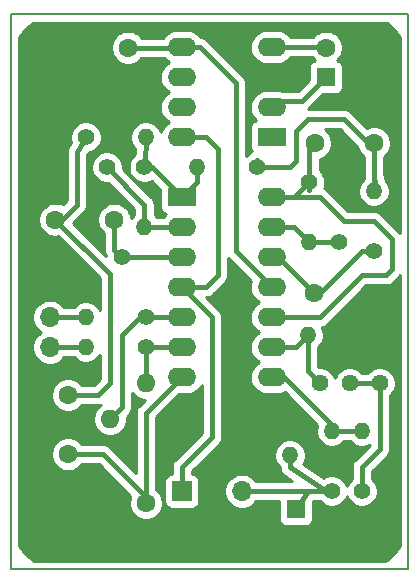
<source format=gbr>
G04 #@! TF.GenerationSoftware,KiCad,Pcbnew,5.1.5-52549c5~84~ubuntu19.10.1*
G04 #@! TF.CreationDate,2020-04-03T18:50:05+02:00*
G04 #@! TF.ProjectId,OpenEMG2,4f70656e-454d-4473-922e-6b696361645f,G*
G04 #@! TF.SameCoordinates,Original*
G04 #@! TF.FileFunction,Copper,L1,Top*
G04 #@! TF.FilePolarity,Positive*
%FSLAX46Y46*%
G04 Gerber Fmt 4.6, Leading zero omitted, Abs format (unit mm)*
G04 Created by KiCad (PCBNEW 5.1.5-52549c5~84~ubuntu19.10.1) date 2020-04-03 18:50:05*
%MOMM*%
%LPD*%
G04 APERTURE LIST*
%ADD10C,0.150000*%
%ADD11C,1.600000*%
%ADD12C,1.440000*%
%ADD13O,1.400000X1.400000*%
%ADD14C,1.400000*%
%ADD15O,1.600000X1.600000*%
%ADD16R,1.600000X1.600000*%
%ADD17O,1.700000X1.700000*%
%ADD18R,1.700000X1.700000*%
%ADD19O,2.400000X1.600000*%
%ADD20R,2.400000X1.600000*%
%ADD21C,3.800000*%
%ADD22C,0.450000*%
%ADD23C,0.254000*%
G04 APERTURE END LIST*
D10*
X19050000Y-19050000D02*
X19050000Y-66040000D01*
X52705000Y-19050000D02*
X19050000Y-19050000D01*
X52705000Y-66040000D02*
X52705000Y-19050000D01*
X19050000Y-66040000D02*
X52705000Y-66040000D01*
D11*
X44784000Y-29972000D03*
X49784000Y-29972000D03*
X49704000Y-42672000D03*
X44704000Y-42672000D03*
X22813000Y-36449000D03*
X27813000Y-36449000D03*
X23876000Y-56308000D03*
X23876000Y-51308000D03*
D12*
X45212000Y-50292000D03*
X47752000Y-50292000D03*
X50292000Y-50292000D03*
D13*
X42672000Y-56388000D03*
D14*
X37592000Y-56388000D03*
D13*
X48768000Y-54356000D03*
D14*
X48768000Y-59436000D03*
D13*
X44196000Y-46228000D03*
D14*
X49276000Y-46228000D03*
D13*
X44323000Y-38354000D03*
D14*
X44323000Y-33274000D03*
D13*
X46863000Y-33274000D03*
D14*
X46863000Y-38354000D03*
D13*
X49784000Y-34036000D03*
D14*
X49784000Y-39116000D03*
D13*
X34798000Y-32004000D03*
D14*
X39878000Y-32004000D03*
D13*
X30353000Y-37084000D03*
D14*
X30353000Y-32004000D03*
D13*
X22098000Y-32004000D03*
D14*
X27178000Y-32004000D03*
D13*
X30480000Y-29464000D03*
D14*
X25400000Y-29464000D03*
D13*
X23368000Y-39624000D03*
D14*
X28448000Y-39624000D03*
D15*
X30480000Y-50292000D03*
D11*
X30480000Y-60452000D03*
D15*
X27432000Y-53340000D03*
D11*
X27432000Y-63500000D03*
D13*
X25400000Y-44704000D03*
D14*
X30480000Y-44704000D03*
D13*
X25400000Y-47244000D03*
D14*
X30480000Y-47244000D03*
D13*
X46228000Y-54356000D03*
D14*
X46228000Y-59436000D03*
D11*
X43180000Y-63460000D03*
D16*
X43180000Y-60960000D03*
D11*
X28956000Y-21884000D03*
D16*
X28956000Y-24384000D03*
D11*
X45720000Y-21884000D03*
D16*
X45720000Y-24384000D03*
D17*
X38608000Y-59436000D03*
X36068000Y-59436000D03*
D18*
X33528000Y-59436000D03*
D17*
X22352000Y-47244000D03*
X22352000Y-44704000D03*
D18*
X22352000Y-42164000D03*
D19*
X33528000Y-29464000D03*
X41148000Y-21844000D03*
X33528000Y-26924000D03*
X41148000Y-24384000D03*
X33528000Y-24384000D03*
X41148000Y-26924000D03*
X33528000Y-21844000D03*
D20*
X41148000Y-29464000D03*
D19*
X41148000Y-34544000D03*
X33528000Y-49784000D03*
X41148000Y-37084000D03*
X33528000Y-47244000D03*
X41148000Y-39624000D03*
X33528000Y-44704000D03*
X41148000Y-42164000D03*
X33528000Y-42164000D03*
X41148000Y-44704000D03*
X33528000Y-39624000D03*
X41148000Y-47244000D03*
X33528000Y-37084000D03*
X41148000Y-49784000D03*
D20*
X33528000Y-34544000D03*
D21*
X49784000Y-62992000D03*
X22352000Y-22352000D03*
D22*
X23876000Y-51308000D02*
X26416000Y-51308000D01*
X27432000Y-41068000D02*
X22813000Y-36449000D01*
X27432000Y-50292000D02*
X27432000Y-41068000D01*
X26416000Y-51308000D02*
X27432000Y-50292000D01*
X22813000Y-36449000D02*
X23368000Y-36449000D01*
X23368000Y-36449000D02*
X24638000Y-35179000D01*
X24638000Y-35179000D02*
X24638000Y-30734000D01*
X24638000Y-30734000D02*
X25400000Y-29464000D01*
X30480000Y-60452000D02*
X30480000Y-59944000D01*
X30480000Y-59944000D02*
X26844000Y-56308000D01*
X26844000Y-56308000D02*
X23876000Y-56308000D01*
X30480000Y-60452000D02*
X30480000Y-52832000D01*
X30480000Y-52832000D02*
X33528000Y-49784000D01*
X28448000Y-39624000D02*
X33528000Y-39624000D01*
X27813000Y-36449000D02*
X27813000Y-38989000D01*
X27813000Y-38989000D02*
X28448000Y-39624000D01*
X44704000Y-42672000D02*
X45212000Y-42672000D01*
X45212000Y-42672000D02*
X48768000Y-39116000D01*
X48768000Y-39116000D02*
X49784000Y-39116000D01*
X41148000Y-39624000D02*
X41656000Y-39624000D01*
X41656000Y-39624000D02*
X44704000Y-42672000D01*
X49784000Y-29972000D02*
X49276000Y-29972000D01*
X49276000Y-29972000D02*
X47244000Y-27940000D01*
X42672000Y-32004000D02*
X39878000Y-32004000D01*
X43180000Y-31496000D02*
X42672000Y-32004000D01*
X43180000Y-28956000D02*
X43180000Y-31496000D01*
X44196000Y-27940000D02*
X43180000Y-28956000D01*
X47244000Y-27940000D02*
X44196000Y-27940000D01*
X49784000Y-29972000D02*
X49784000Y-34036000D01*
X49784000Y-34036000D02*
X49911000Y-33147000D01*
X39878000Y-32004000D02*
X39878000Y-31369000D01*
X44323000Y-33274000D02*
X44323000Y-30433000D01*
X44323000Y-30433000D02*
X44784000Y-29972000D01*
X51308000Y-38100000D02*
X51308000Y-40640000D01*
X45212000Y-34544000D02*
X47244000Y-36576000D01*
X47244000Y-36576000D02*
X49784000Y-36576000D01*
X49784000Y-36576000D02*
X51308000Y-38100000D01*
X41148000Y-34544000D02*
X45212000Y-34544000D01*
X45212000Y-44704000D02*
X41148000Y-44704000D01*
X45720000Y-44196000D02*
X45212000Y-44704000D01*
X48768000Y-41148000D02*
X45720000Y-44196000D01*
X50800000Y-41148000D02*
X48768000Y-41148000D01*
X51308000Y-40640000D02*
X50800000Y-41148000D01*
X44323000Y-33274000D02*
X44323000Y-32639000D01*
X44323000Y-33909000D02*
X44323000Y-33274000D01*
X41148000Y-34544000D02*
X43053000Y-34544000D01*
X43053000Y-34544000D02*
X44323000Y-33274000D01*
X44403000Y-33194000D02*
X44323000Y-33274000D01*
X41148000Y-49784000D02*
X42164000Y-49784000D01*
X42164000Y-49784000D02*
X46228000Y-53848000D01*
X46228000Y-53848000D02*
X46228000Y-54356000D01*
X46228000Y-54356000D02*
X48768000Y-54356000D01*
X22352000Y-44704000D02*
X25400000Y-44704000D01*
X22352000Y-47244000D02*
X25400000Y-47244000D01*
X33528000Y-29464000D02*
X35560000Y-29464000D01*
X35560000Y-42164000D02*
X33528000Y-42164000D01*
X36576000Y-41148000D02*
X35560000Y-42164000D01*
X36576000Y-30480000D02*
X36576000Y-41148000D01*
X35560000Y-29464000D02*
X36576000Y-30480000D01*
X33528000Y-59436000D02*
X33528000Y-57404000D01*
X36068000Y-44704000D02*
X33528000Y-42164000D01*
X36068000Y-54864000D02*
X36068000Y-44704000D01*
X33528000Y-57404000D02*
X36068000Y-54864000D01*
X30480000Y-50292000D02*
X30480000Y-47244000D01*
X30226000Y-50038000D02*
X30480000Y-50292000D01*
X33528000Y-47244000D02*
X30480000Y-47244000D01*
X30480000Y-44704000D02*
X29972000Y-44704000D01*
X29972000Y-44704000D02*
X28448000Y-46228000D01*
X28448000Y-52324000D02*
X27432000Y-53340000D01*
X28448000Y-46228000D02*
X28448000Y-52324000D01*
X30480000Y-44704000D02*
X33528000Y-44704000D01*
X34798000Y-32004000D02*
X34798000Y-33274000D01*
X34798000Y-33274000D02*
X33528000Y-34544000D01*
X30353000Y-32004000D02*
X30988000Y-32004000D01*
X30988000Y-32004000D02*
X33528000Y-34544000D01*
X30480000Y-29464000D02*
X30480000Y-30099000D01*
X30480000Y-30099000D02*
X30353000Y-32004000D01*
X27178000Y-32004000D02*
X30353000Y-35179000D01*
X30353000Y-35179000D02*
X30353000Y-37084000D01*
X30353000Y-37084000D02*
X33528000Y-37084000D01*
X46863000Y-38354000D02*
X44323000Y-38354000D01*
X44323000Y-38354000D02*
X43053000Y-37084000D01*
X43053000Y-37084000D02*
X41148000Y-37084000D01*
X44196000Y-46228000D02*
X44196000Y-49276000D01*
X44196000Y-49276000D02*
X45212000Y-50292000D01*
X41148000Y-47244000D02*
X43180000Y-47244000D01*
X43180000Y-47244000D02*
X44196000Y-46228000D01*
X44196000Y-46228000D02*
X43688000Y-46228000D01*
X48768000Y-59436000D02*
X48768000Y-57404000D01*
X50292000Y-55880000D02*
X50292000Y-50292000D01*
X48768000Y-57404000D02*
X50292000Y-55880000D01*
X50292000Y-50292000D02*
X47752000Y-50292000D01*
X45720000Y-24384000D02*
X43688000Y-26416000D01*
X43688000Y-26416000D02*
X41656000Y-26416000D01*
X41656000Y-26416000D02*
X41148000Y-26924000D01*
X41148000Y-21844000D02*
X45680000Y-21844000D01*
X45680000Y-21844000D02*
X45720000Y-21884000D01*
X46228000Y-59436000D02*
X45720000Y-59436000D01*
X45720000Y-59436000D02*
X42672000Y-57404000D01*
X42672000Y-57404000D02*
X42672000Y-56388000D01*
X46228000Y-59436000D02*
X44196000Y-59436000D01*
X44196000Y-59436000D02*
X43180000Y-60960000D01*
X43180000Y-60960000D02*
X43688000Y-60960000D01*
X46228000Y-59436000D02*
X38608000Y-59436000D01*
X28956000Y-21884000D02*
X33488000Y-21884000D01*
X33488000Y-21884000D02*
X33528000Y-21844000D01*
X33528000Y-21844000D02*
X35052000Y-21844000D01*
X38100000Y-39116000D02*
X41148000Y-42164000D01*
X38100000Y-24892000D02*
X38100000Y-39116000D01*
X35052000Y-21844000D02*
X38100000Y-24892000D01*
D23*
G36*
X50856636Y-19829844D02*
G01*
X51161905Y-20056247D01*
X51443516Y-20311484D01*
X51698753Y-20593095D01*
X51925156Y-20898364D01*
X51995001Y-21014893D01*
X51995001Y-37581487D01*
X51919054Y-37488946D01*
X51886236Y-37462013D01*
X50421988Y-35997765D01*
X50395054Y-35964946D01*
X50264102Y-35857476D01*
X50114700Y-35777619D01*
X49952589Y-35728444D01*
X49826246Y-35716000D01*
X49826239Y-35716000D01*
X49784000Y-35711840D01*
X49741761Y-35716000D01*
X47600224Y-35716000D01*
X45849988Y-33965765D01*
X45823054Y-33932946D01*
X45692102Y-33825476D01*
X45567214Y-33758722D01*
X45606696Y-33663405D01*
X45658000Y-33405486D01*
X45658000Y-33142514D01*
X45606696Y-32884595D01*
X45506061Y-32641641D01*
X45359962Y-32422987D01*
X45183000Y-32246025D01*
X45183000Y-31355747D01*
X45202574Y-31351853D01*
X45463727Y-31243680D01*
X45698759Y-31086637D01*
X45898637Y-30886759D01*
X46055680Y-30651727D01*
X46163853Y-30390574D01*
X46219000Y-30113335D01*
X46219000Y-29830665D01*
X46163853Y-29553426D01*
X46055680Y-29292273D01*
X45898637Y-29057241D01*
X45698759Y-28857363D01*
X45612909Y-28800000D01*
X46887777Y-28800000D01*
X48385722Y-30297946D01*
X48404147Y-30390574D01*
X48512320Y-30651727D01*
X48669363Y-30886759D01*
X48869241Y-31086637D01*
X48924000Y-31123226D01*
X48924001Y-33008024D01*
X48747038Y-33184987D01*
X48600939Y-33403641D01*
X48500304Y-33646595D01*
X48449000Y-33904514D01*
X48449000Y-34167486D01*
X48500304Y-34425405D01*
X48600939Y-34668359D01*
X48747038Y-34887013D01*
X48932987Y-35072962D01*
X49151641Y-35219061D01*
X49394595Y-35319696D01*
X49652514Y-35371000D01*
X49915486Y-35371000D01*
X50173405Y-35319696D01*
X50416359Y-35219061D01*
X50635013Y-35072962D01*
X50820962Y-34887013D01*
X50967061Y-34668359D01*
X51067696Y-34425405D01*
X51119000Y-34167486D01*
X51119000Y-33904514D01*
X51067696Y-33646595D01*
X50967061Y-33403641D01*
X50820962Y-33184987D01*
X50772289Y-33136314D01*
X50773879Y-33099968D01*
X50748124Y-32932532D01*
X50690199Y-32773338D01*
X50644000Y-32697190D01*
X50644000Y-31123226D01*
X50698759Y-31086637D01*
X50898637Y-30886759D01*
X51055680Y-30651727D01*
X51163853Y-30390574D01*
X51219000Y-30113335D01*
X51219000Y-29830665D01*
X51163853Y-29553426D01*
X51055680Y-29292273D01*
X50898637Y-29057241D01*
X50698759Y-28857363D01*
X50463727Y-28700320D01*
X50202574Y-28592147D01*
X49925335Y-28537000D01*
X49642665Y-28537000D01*
X49365426Y-28592147D01*
X49186489Y-28666265D01*
X47881988Y-27361765D01*
X47855054Y-27328946D01*
X47724102Y-27221476D01*
X47574700Y-27141619D01*
X47412589Y-27092444D01*
X47286246Y-27080000D01*
X47286239Y-27080000D01*
X47244000Y-27075840D01*
X47201761Y-27080000D01*
X44238239Y-27080000D01*
X44234936Y-27079675D01*
X44299054Y-27027054D01*
X44325988Y-26994235D01*
X45498152Y-25822072D01*
X46520000Y-25822072D01*
X46644482Y-25809812D01*
X46764180Y-25773502D01*
X46874494Y-25714537D01*
X46971185Y-25635185D01*
X47050537Y-25538494D01*
X47109502Y-25428180D01*
X47145812Y-25308482D01*
X47158072Y-25184000D01*
X47158072Y-23584000D01*
X47145812Y-23459518D01*
X47109502Y-23339820D01*
X47050537Y-23229506D01*
X46971185Y-23132815D01*
X46874494Y-23053463D01*
X46764180Y-22994498D01*
X46668057Y-22965339D01*
X46834637Y-22798759D01*
X46991680Y-22563727D01*
X47099853Y-22302574D01*
X47155000Y-22025335D01*
X47155000Y-21742665D01*
X47099853Y-21465426D01*
X46991680Y-21204273D01*
X46834637Y-20969241D01*
X46634759Y-20769363D01*
X46399727Y-20612320D01*
X46138574Y-20504147D01*
X45861335Y-20449000D01*
X45578665Y-20449000D01*
X45301426Y-20504147D01*
X45040273Y-20612320D01*
X44805241Y-20769363D01*
X44605363Y-20969241D01*
X44595501Y-20984000D01*
X42698595Y-20984000D01*
X42567608Y-20824392D01*
X42349101Y-20645068D01*
X42099808Y-20511818D01*
X41829309Y-20429764D01*
X41618492Y-20409000D01*
X40677508Y-20409000D01*
X40466691Y-20429764D01*
X40196192Y-20511818D01*
X39946899Y-20645068D01*
X39728392Y-20824392D01*
X39549068Y-21042899D01*
X39415818Y-21292192D01*
X39333764Y-21562691D01*
X39306057Y-21844000D01*
X39333764Y-22125309D01*
X39415818Y-22395808D01*
X39549068Y-22645101D01*
X39728392Y-22863608D01*
X39946899Y-23042932D01*
X40196192Y-23176182D01*
X40466691Y-23258236D01*
X40677508Y-23279000D01*
X41618492Y-23279000D01*
X41829309Y-23258236D01*
X42099808Y-23176182D01*
X42349101Y-23042932D01*
X42567608Y-22863608D01*
X42698595Y-22704000D01*
X44542047Y-22704000D01*
X44605363Y-22798759D01*
X44771943Y-22965339D01*
X44675820Y-22994498D01*
X44565506Y-23053463D01*
X44468815Y-23132815D01*
X44389463Y-23229506D01*
X44330498Y-23339820D01*
X44294188Y-23459518D01*
X44281928Y-23584000D01*
X44281928Y-24605848D01*
X43331777Y-25556000D01*
X41981730Y-25556000D01*
X41829309Y-25509764D01*
X41618492Y-25489000D01*
X40677508Y-25489000D01*
X40466691Y-25509764D01*
X40196192Y-25591818D01*
X39946899Y-25725068D01*
X39728392Y-25904392D01*
X39549068Y-26122899D01*
X39415818Y-26372192D01*
X39333764Y-26642691D01*
X39306057Y-26924000D01*
X39333764Y-27205309D01*
X39415818Y-27475808D01*
X39549068Y-27725101D01*
X39728392Y-27943608D01*
X39841482Y-28036419D01*
X39823518Y-28038188D01*
X39703820Y-28074498D01*
X39593506Y-28133463D01*
X39496815Y-28212815D01*
X39417463Y-28309506D01*
X39358498Y-28419820D01*
X39322188Y-28539518D01*
X39309928Y-28664000D01*
X39309928Y-30264000D01*
X39322188Y-30388482D01*
X39358498Y-30508180D01*
X39417463Y-30618494D01*
X39429742Y-30633456D01*
X39397899Y-30650476D01*
X39266947Y-30757946D01*
X39178350Y-30865901D01*
X39026987Y-30967038D01*
X38960000Y-31034025D01*
X38960000Y-24934239D01*
X38964160Y-24892000D01*
X38960000Y-24849761D01*
X38960000Y-24849754D01*
X38947556Y-24723411D01*
X38898381Y-24561300D01*
X38818524Y-24411898D01*
X38711054Y-24280946D01*
X38678242Y-24254018D01*
X35689988Y-21265765D01*
X35663054Y-21232946D01*
X35532102Y-21125476D01*
X35382700Y-21045619D01*
X35220589Y-20996444D01*
X35094246Y-20984000D01*
X35094239Y-20984000D01*
X35077219Y-20982324D01*
X34947608Y-20824392D01*
X34729101Y-20645068D01*
X34479808Y-20511818D01*
X34209309Y-20429764D01*
X33998492Y-20409000D01*
X33057508Y-20409000D01*
X32846691Y-20429764D01*
X32576192Y-20511818D01*
X32326899Y-20645068D01*
X32108392Y-20824392D01*
X31944578Y-21024000D01*
X30107226Y-21024000D01*
X30070637Y-20969241D01*
X29870759Y-20769363D01*
X29635727Y-20612320D01*
X29374574Y-20504147D01*
X29097335Y-20449000D01*
X28814665Y-20449000D01*
X28537426Y-20504147D01*
X28276273Y-20612320D01*
X28041241Y-20769363D01*
X27841363Y-20969241D01*
X27684320Y-21204273D01*
X27576147Y-21465426D01*
X27521000Y-21742665D01*
X27521000Y-22025335D01*
X27576147Y-22302574D01*
X27684320Y-22563727D01*
X27841363Y-22798759D01*
X28041241Y-22998637D01*
X28276273Y-23155680D01*
X28537426Y-23263853D01*
X28814665Y-23319000D01*
X29097335Y-23319000D01*
X29374574Y-23263853D01*
X29635727Y-23155680D01*
X29870759Y-22998637D01*
X30070637Y-22798759D01*
X30107226Y-22744000D01*
X32010232Y-22744000D01*
X32108392Y-22863608D01*
X32326899Y-23042932D01*
X32459858Y-23114000D01*
X32326899Y-23185068D01*
X32108392Y-23364392D01*
X31929068Y-23582899D01*
X31795818Y-23832192D01*
X31713764Y-24102691D01*
X31686057Y-24384000D01*
X31713764Y-24665309D01*
X31795818Y-24935808D01*
X31929068Y-25185101D01*
X32108392Y-25403608D01*
X32326899Y-25582932D01*
X32459858Y-25654000D01*
X32326899Y-25725068D01*
X32108392Y-25904392D01*
X31929068Y-26122899D01*
X31795818Y-26372192D01*
X31713764Y-26642691D01*
X31686057Y-26924000D01*
X31713764Y-27205309D01*
X31795818Y-27475808D01*
X31929068Y-27725101D01*
X32108392Y-27943608D01*
X32326899Y-28122932D01*
X32459858Y-28194000D01*
X32326899Y-28265068D01*
X32108392Y-28444392D01*
X31929068Y-28662899D01*
X31795818Y-28912192D01*
X31753801Y-29050706D01*
X31663061Y-28831641D01*
X31516962Y-28612987D01*
X31331013Y-28427038D01*
X31112359Y-28280939D01*
X30869405Y-28180304D01*
X30611486Y-28129000D01*
X30348514Y-28129000D01*
X30090595Y-28180304D01*
X29847641Y-28280939D01*
X29628987Y-28427038D01*
X29443038Y-28612987D01*
X29296939Y-28831641D01*
X29196304Y-29074595D01*
X29145000Y-29332514D01*
X29145000Y-29595486D01*
X29196304Y-29853405D01*
X29296939Y-30096359D01*
X29443038Y-30315013D01*
X29593650Y-30465625D01*
X29562937Y-30926313D01*
X29501987Y-30967038D01*
X29316038Y-31152987D01*
X29169939Y-31371641D01*
X29069304Y-31614595D01*
X29018000Y-31872514D01*
X29018000Y-32135486D01*
X29069304Y-32393405D01*
X29169939Y-32636359D01*
X29316038Y-32855013D01*
X29501987Y-33040962D01*
X29720641Y-33187061D01*
X29963595Y-33287696D01*
X30221514Y-33339000D01*
X30484486Y-33339000D01*
X30742405Y-33287696D01*
X30963777Y-33196000D01*
X31689928Y-33922151D01*
X31689928Y-35344000D01*
X31702188Y-35468482D01*
X31738498Y-35588180D01*
X31797463Y-35698494D01*
X31876815Y-35795185D01*
X31973506Y-35874537D01*
X32083820Y-35933502D01*
X32203518Y-35969812D01*
X32221482Y-35971581D01*
X32108392Y-36064392D01*
X31977405Y-36224000D01*
X31380975Y-36224000D01*
X31213000Y-36056025D01*
X31213000Y-35221238D01*
X31217160Y-35178999D01*
X31213000Y-35136760D01*
X31213000Y-35136754D01*
X31201904Y-35024101D01*
X31200556Y-35010410D01*
X31185639Y-34961235D01*
X31151381Y-34848300D01*
X31071524Y-34698898D01*
X30964054Y-34567946D01*
X30931240Y-34541016D01*
X28513000Y-32122777D01*
X28513000Y-31872514D01*
X28461696Y-31614595D01*
X28361061Y-31371641D01*
X28214962Y-31152987D01*
X28029013Y-30967038D01*
X27810359Y-30820939D01*
X27567405Y-30720304D01*
X27309486Y-30669000D01*
X27046514Y-30669000D01*
X26788595Y-30720304D01*
X26545641Y-30820939D01*
X26326987Y-30967038D01*
X26141038Y-31152987D01*
X25994939Y-31371641D01*
X25894304Y-31614595D01*
X25843000Y-31872514D01*
X25843000Y-32135486D01*
X25894304Y-32393405D01*
X25994939Y-32636359D01*
X26141038Y-32855013D01*
X26326987Y-33040962D01*
X26545641Y-33187061D01*
X26788595Y-33287696D01*
X27046514Y-33339000D01*
X27296777Y-33339000D01*
X29493000Y-35535224D01*
X29493000Y-36056025D01*
X29316038Y-36232987D01*
X29248000Y-36334814D01*
X29248000Y-36307665D01*
X29192853Y-36030426D01*
X29084680Y-35769273D01*
X28927637Y-35534241D01*
X28727759Y-35334363D01*
X28492727Y-35177320D01*
X28231574Y-35069147D01*
X27954335Y-35014000D01*
X27671665Y-35014000D01*
X27394426Y-35069147D01*
X27133273Y-35177320D01*
X26898241Y-35334363D01*
X26698363Y-35534241D01*
X26541320Y-35769273D01*
X26433147Y-36030426D01*
X26378000Y-36307665D01*
X26378000Y-36590335D01*
X26433147Y-36867574D01*
X26541320Y-37128727D01*
X26698363Y-37363759D01*
X26898241Y-37563637D01*
X26953000Y-37600226D01*
X26953001Y-38946752D01*
X26948840Y-38989000D01*
X26965444Y-39157589D01*
X26988804Y-39234595D01*
X27014620Y-39319700D01*
X27094477Y-39469102D01*
X27113135Y-39491836D01*
X27113000Y-39492514D01*
X27113000Y-39532777D01*
X24306723Y-36726500D01*
X25216242Y-35816982D01*
X25249054Y-35790054D01*
X25356524Y-35659102D01*
X25436381Y-35509700D01*
X25472219Y-35391556D01*
X25485556Y-35347590D01*
X25493934Y-35262523D01*
X25498000Y-35221246D01*
X25498000Y-35221240D01*
X25502160Y-35179001D01*
X25498000Y-35136762D01*
X25498000Y-30972205D01*
X25611469Y-30783090D01*
X25789405Y-30747696D01*
X26032359Y-30647061D01*
X26251013Y-30500962D01*
X26436962Y-30315013D01*
X26583061Y-30096359D01*
X26683696Y-29853405D01*
X26735000Y-29595486D01*
X26735000Y-29332514D01*
X26683696Y-29074595D01*
X26583061Y-28831641D01*
X26436962Y-28612987D01*
X26251013Y-28427038D01*
X26032359Y-28280939D01*
X25789405Y-28180304D01*
X25531486Y-28129000D01*
X25268514Y-28129000D01*
X25010595Y-28180304D01*
X24767641Y-28280939D01*
X24548987Y-28427038D01*
X24363038Y-28612987D01*
X24216939Y-28831641D01*
X24116304Y-29074595D01*
X24065000Y-29332514D01*
X24065000Y-29595486D01*
X24116304Y-29853405D01*
X24135552Y-29899874D01*
X23933092Y-30237308D01*
X23919477Y-30253898D01*
X23889595Y-30309803D01*
X23878821Y-30327760D01*
X23869691Y-30347042D01*
X23839620Y-30403300D01*
X23833504Y-30423461D01*
X23824489Y-30442500D01*
X23808960Y-30504374D01*
X23790445Y-30565411D01*
X23788380Y-30586372D01*
X23783251Y-30606810D01*
X23780091Y-30670533D01*
X23778001Y-30691754D01*
X23778001Y-30712684D01*
X23774861Y-30776006D01*
X23778001Y-30797241D01*
X23778000Y-34822776D01*
X23443745Y-35157031D01*
X23231574Y-35069147D01*
X22954335Y-35014000D01*
X22671665Y-35014000D01*
X22394426Y-35069147D01*
X22133273Y-35177320D01*
X21898241Y-35334363D01*
X21698363Y-35534241D01*
X21541320Y-35769273D01*
X21433147Y-36030426D01*
X21378000Y-36307665D01*
X21378000Y-36590335D01*
X21433147Y-36867574D01*
X21541320Y-37128727D01*
X21698363Y-37363759D01*
X21898241Y-37563637D01*
X22133273Y-37720680D01*
X22394426Y-37828853D01*
X22671665Y-37884000D01*
X22954335Y-37884000D01*
X23018928Y-37871151D01*
X26572001Y-41424224D01*
X26572001Y-44055088D01*
X26436962Y-43852987D01*
X26251013Y-43667038D01*
X26032359Y-43520939D01*
X25789405Y-43420304D01*
X25531486Y-43369000D01*
X25268514Y-43369000D01*
X25010595Y-43420304D01*
X24767641Y-43520939D01*
X24548987Y-43667038D01*
X24372025Y-43844000D01*
X23563361Y-43844000D01*
X23505475Y-43757368D01*
X23298632Y-43550525D01*
X23055411Y-43388010D01*
X22785158Y-43276068D01*
X22498260Y-43219000D01*
X22205740Y-43219000D01*
X21918842Y-43276068D01*
X21648589Y-43388010D01*
X21405368Y-43550525D01*
X21198525Y-43757368D01*
X21036010Y-44000589D01*
X20924068Y-44270842D01*
X20867000Y-44557740D01*
X20867000Y-44850260D01*
X20924068Y-45137158D01*
X21036010Y-45407411D01*
X21198525Y-45650632D01*
X21405368Y-45857475D01*
X21579760Y-45974000D01*
X21405368Y-46090525D01*
X21198525Y-46297368D01*
X21036010Y-46540589D01*
X20924068Y-46810842D01*
X20867000Y-47097740D01*
X20867000Y-47390260D01*
X20924068Y-47677158D01*
X21036010Y-47947411D01*
X21198525Y-48190632D01*
X21405368Y-48397475D01*
X21648589Y-48559990D01*
X21918842Y-48671932D01*
X22205740Y-48729000D01*
X22498260Y-48729000D01*
X22785158Y-48671932D01*
X23055411Y-48559990D01*
X23298632Y-48397475D01*
X23505475Y-48190632D01*
X23563361Y-48104000D01*
X24372025Y-48104000D01*
X24548987Y-48280962D01*
X24767641Y-48427061D01*
X25010595Y-48527696D01*
X25268514Y-48579000D01*
X25531486Y-48579000D01*
X25789405Y-48527696D01*
X26032359Y-48427061D01*
X26251013Y-48280962D01*
X26436962Y-48095013D01*
X26572000Y-47892913D01*
X26572000Y-49935776D01*
X26059777Y-50448000D01*
X25027226Y-50448000D01*
X24990637Y-50393241D01*
X24790759Y-50193363D01*
X24555727Y-50036320D01*
X24294574Y-49928147D01*
X24017335Y-49873000D01*
X23734665Y-49873000D01*
X23457426Y-49928147D01*
X23196273Y-50036320D01*
X22961241Y-50193363D01*
X22761363Y-50393241D01*
X22604320Y-50628273D01*
X22496147Y-50889426D01*
X22441000Y-51166665D01*
X22441000Y-51449335D01*
X22496147Y-51726574D01*
X22604320Y-51987727D01*
X22761363Y-52222759D01*
X22961241Y-52422637D01*
X23196273Y-52579680D01*
X23457426Y-52687853D01*
X23734665Y-52743000D01*
X24017335Y-52743000D01*
X24294574Y-52687853D01*
X24555727Y-52579680D01*
X24790759Y-52422637D01*
X24990637Y-52222759D01*
X25027226Y-52168000D01*
X26373761Y-52168000D01*
X26416000Y-52172160D01*
X26458239Y-52168000D01*
X26458246Y-52168000D01*
X26584589Y-52155556D01*
X26652583Y-52134931D01*
X26517241Y-52225363D01*
X26317363Y-52425241D01*
X26160320Y-52660273D01*
X26052147Y-52921426D01*
X25997000Y-53198665D01*
X25997000Y-53481335D01*
X26052147Y-53758574D01*
X26160320Y-54019727D01*
X26317363Y-54254759D01*
X26517241Y-54454637D01*
X26752273Y-54611680D01*
X27013426Y-54719853D01*
X27290665Y-54775000D01*
X27573335Y-54775000D01*
X27850574Y-54719853D01*
X28111727Y-54611680D01*
X28346759Y-54454637D01*
X28546637Y-54254759D01*
X28703680Y-54019727D01*
X28811853Y-53758574D01*
X28867000Y-53481335D01*
X28867000Y-53198665D01*
X28854152Y-53134072D01*
X29026240Y-52961984D01*
X29059054Y-52935054D01*
X29166524Y-52804102D01*
X29246381Y-52654700D01*
X29295556Y-52492589D01*
X29308000Y-52366246D01*
X29308000Y-52366239D01*
X29312160Y-52324000D01*
X29308000Y-52281761D01*
X29308000Y-51120909D01*
X29365363Y-51206759D01*
X29565241Y-51406637D01*
X29800273Y-51563680D01*
X30061426Y-51671853D01*
X30338665Y-51727000D01*
X30368777Y-51727000D01*
X29901760Y-52194017D01*
X29868947Y-52220946D01*
X29842018Y-52253759D01*
X29842016Y-52253761D01*
X29761477Y-52351898D01*
X29681620Y-52501300D01*
X29632444Y-52663411D01*
X29615840Y-52832000D01*
X29620001Y-52874249D01*
X29620000Y-57867777D01*
X27481988Y-55729765D01*
X27455054Y-55696946D01*
X27324102Y-55589476D01*
X27174700Y-55509619D01*
X27012589Y-55460444D01*
X26886246Y-55448000D01*
X26886239Y-55448000D01*
X26844000Y-55443840D01*
X26801761Y-55448000D01*
X25027226Y-55448000D01*
X24990637Y-55393241D01*
X24790759Y-55193363D01*
X24555727Y-55036320D01*
X24294574Y-54928147D01*
X24017335Y-54873000D01*
X23734665Y-54873000D01*
X23457426Y-54928147D01*
X23196273Y-55036320D01*
X22961241Y-55193363D01*
X22761363Y-55393241D01*
X22604320Y-55628273D01*
X22496147Y-55889426D01*
X22441000Y-56166665D01*
X22441000Y-56449335D01*
X22496147Y-56726574D01*
X22604320Y-56987727D01*
X22761363Y-57222759D01*
X22961241Y-57422637D01*
X23196273Y-57579680D01*
X23457426Y-57687853D01*
X23734665Y-57743000D01*
X24017335Y-57743000D01*
X24294574Y-57687853D01*
X24555727Y-57579680D01*
X24790759Y-57422637D01*
X24990637Y-57222759D01*
X25027226Y-57168000D01*
X26487777Y-57168000D01*
X29174265Y-59854489D01*
X29100147Y-60033426D01*
X29045000Y-60310665D01*
X29045000Y-60593335D01*
X29100147Y-60870574D01*
X29208320Y-61131727D01*
X29365363Y-61366759D01*
X29565241Y-61566637D01*
X29800273Y-61723680D01*
X30061426Y-61831853D01*
X30338665Y-61887000D01*
X30621335Y-61887000D01*
X30898574Y-61831853D01*
X31159727Y-61723680D01*
X31394759Y-61566637D01*
X31594637Y-61366759D01*
X31751680Y-61131727D01*
X31859853Y-60870574D01*
X31915000Y-60593335D01*
X31915000Y-60310665D01*
X31859853Y-60033426D01*
X31751680Y-59772273D01*
X31594637Y-59537241D01*
X31394759Y-59337363D01*
X31340000Y-59300774D01*
X31340000Y-53188223D01*
X33309224Y-51219000D01*
X33998492Y-51219000D01*
X34209309Y-51198236D01*
X34479808Y-51116182D01*
X34729101Y-50982932D01*
X34947608Y-50803608D01*
X35126932Y-50585101D01*
X35208000Y-50433433D01*
X35208000Y-54507777D01*
X32949760Y-56766017D01*
X32916947Y-56792946D01*
X32890018Y-56825759D01*
X32890016Y-56825761D01*
X32809477Y-56923898D01*
X32729620Y-57073300D01*
X32680444Y-57235411D01*
X32663840Y-57404000D01*
X32668001Y-57446245D01*
X32668001Y-57948913D01*
X32553518Y-57960188D01*
X32433820Y-57996498D01*
X32323506Y-58055463D01*
X32226815Y-58134815D01*
X32147463Y-58231506D01*
X32088498Y-58341820D01*
X32052188Y-58461518D01*
X32039928Y-58586000D01*
X32039928Y-60286000D01*
X32052188Y-60410482D01*
X32088498Y-60530180D01*
X32147463Y-60640494D01*
X32226815Y-60737185D01*
X32323506Y-60816537D01*
X32433820Y-60875502D01*
X32553518Y-60911812D01*
X32678000Y-60924072D01*
X34378000Y-60924072D01*
X34502482Y-60911812D01*
X34622180Y-60875502D01*
X34732494Y-60816537D01*
X34829185Y-60737185D01*
X34908537Y-60640494D01*
X34967502Y-60530180D01*
X35003812Y-60410482D01*
X35016072Y-60286000D01*
X35016072Y-58586000D01*
X35003812Y-58461518D01*
X34967502Y-58341820D01*
X34908537Y-58231506D01*
X34829185Y-58134815D01*
X34732494Y-58055463D01*
X34622180Y-57996498D01*
X34502482Y-57960188D01*
X34388000Y-57948913D01*
X34388000Y-57760223D01*
X36646236Y-55501987D01*
X36679054Y-55475054D01*
X36786524Y-55344102D01*
X36866381Y-55194700D01*
X36900683Y-55081620D01*
X36915556Y-55032591D01*
X36922011Y-54967054D01*
X36928000Y-54906246D01*
X36928000Y-54906240D01*
X36932160Y-54864001D01*
X36928000Y-54821762D01*
X36928000Y-44746238D01*
X36932160Y-44703999D01*
X36928000Y-44661760D01*
X36928000Y-44661754D01*
X36915556Y-44535411D01*
X36915556Y-44535409D01*
X36881363Y-44422691D01*
X36866381Y-44373300D01*
X36786524Y-44223898D01*
X36679054Y-44092946D01*
X36646235Y-44066012D01*
X35604046Y-43023823D01*
X35728589Y-43011556D01*
X35890700Y-42962381D01*
X36040102Y-42882524D01*
X36171054Y-42775054D01*
X36197988Y-42742235D01*
X37154240Y-41785984D01*
X37187054Y-41759054D01*
X37294524Y-41628102D01*
X37374381Y-41478700D01*
X37423556Y-41316589D01*
X37436000Y-41190246D01*
X37436000Y-41190239D01*
X37440160Y-41148000D01*
X37436000Y-41105761D01*
X37436000Y-39662538D01*
X37457717Y-39689000D01*
X37488947Y-39727054D01*
X37521760Y-39753983D01*
X39407474Y-41639698D01*
X39333764Y-41882691D01*
X39306057Y-42164000D01*
X39333764Y-42445309D01*
X39415818Y-42715808D01*
X39549068Y-42965101D01*
X39728392Y-43183608D01*
X39946899Y-43362932D01*
X40079858Y-43434000D01*
X39946899Y-43505068D01*
X39728392Y-43684392D01*
X39549068Y-43902899D01*
X39415818Y-44152192D01*
X39333764Y-44422691D01*
X39306057Y-44704000D01*
X39333764Y-44985309D01*
X39415818Y-45255808D01*
X39549068Y-45505101D01*
X39728392Y-45723608D01*
X39946899Y-45902932D01*
X40079858Y-45974000D01*
X39946899Y-46045068D01*
X39728392Y-46224392D01*
X39549068Y-46442899D01*
X39415818Y-46692192D01*
X39333764Y-46962691D01*
X39306057Y-47244000D01*
X39333764Y-47525309D01*
X39415818Y-47795808D01*
X39549068Y-48045101D01*
X39728392Y-48263608D01*
X39946899Y-48442932D01*
X40079858Y-48514000D01*
X39946899Y-48585068D01*
X39728392Y-48764392D01*
X39549068Y-48982899D01*
X39415818Y-49232192D01*
X39333764Y-49502691D01*
X39306057Y-49784000D01*
X39333764Y-50065309D01*
X39415818Y-50335808D01*
X39549068Y-50585101D01*
X39728392Y-50803608D01*
X39946899Y-50982932D01*
X40196192Y-51116182D01*
X40466691Y-51198236D01*
X40677508Y-51219000D01*
X41618492Y-51219000D01*
X41829309Y-51198236D01*
X42099808Y-51116182D01*
X42217207Y-51053431D01*
X44998802Y-53835026D01*
X44944304Y-53966595D01*
X44893000Y-54224514D01*
X44893000Y-54487486D01*
X44944304Y-54745405D01*
X45044939Y-54988359D01*
X45191038Y-55207013D01*
X45376987Y-55392962D01*
X45595641Y-55539061D01*
X45838595Y-55639696D01*
X46096514Y-55691000D01*
X46359486Y-55691000D01*
X46617405Y-55639696D01*
X46860359Y-55539061D01*
X47079013Y-55392962D01*
X47255975Y-55216000D01*
X47740025Y-55216000D01*
X47916987Y-55392962D01*
X48135641Y-55539061D01*
X48378595Y-55639696D01*
X48636514Y-55691000D01*
X48899486Y-55691000D01*
X49157405Y-55639696D01*
X49400359Y-55539061D01*
X49432000Y-55517919D01*
X49432000Y-55523777D01*
X48189760Y-56766017D01*
X48156947Y-56792946D01*
X48130018Y-56825759D01*
X48130016Y-56825761D01*
X48049477Y-56923898D01*
X47969620Y-57073300D01*
X47920444Y-57235411D01*
X47903840Y-57404000D01*
X47908001Y-57446245D01*
X47908001Y-58408024D01*
X47731038Y-58584987D01*
X47584939Y-58803641D01*
X47498000Y-59013530D01*
X47411061Y-58803641D01*
X47264962Y-58584987D01*
X47079013Y-58399038D01*
X46860359Y-58252939D01*
X46617405Y-58152304D01*
X46359486Y-58101000D01*
X46096514Y-58101000D01*
X45838595Y-58152304D01*
X45595641Y-58252939D01*
X45545775Y-58286258D01*
X43790919Y-57116355D01*
X43855061Y-57020359D01*
X43955696Y-56777405D01*
X44007000Y-56519486D01*
X44007000Y-56256514D01*
X43955696Y-55998595D01*
X43855061Y-55755641D01*
X43708962Y-55536987D01*
X43523013Y-55351038D01*
X43304359Y-55204939D01*
X43061405Y-55104304D01*
X42803486Y-55053000D01*
X42540514Y-55053000D01*
X42282595Y-55104304D01*
X42039641Y-55204939D01*
X41820987Y-55351038D01*
X41635038Y-55536987D01*
X41488939Y-55755641D01*
X41388304Y-55998595D01*
X41337000Y-56256514D01*
X41337000Y-56519486D01*
X41388304Y-56777405D01*
X41488939Y-57020359D01*
X41635038Y-57239013D01*
X41808604Y-57412579D01*
X41816157Y-57488446D01*
X41824444Y-57572588D01*
X41824576Y-57573023D01*
X41824621Y-57573475D01*
X41849115Y-57653918D01*
X41873619Y-57734699D01*
X41873834Y-57735101D01*
X41873966Y-57735535D01*
X41913734Y-57809749D01*
X41953476Y-57884101D01*
X41953764Y-57884452D01*
X41953979Y-57884853D01*
X42007255Y-57949631D01*
X42060946Y-58015054D01*
X42061301Y-58015345D01*
X42061586Y-58015692D01*
X42125956Y-58068406D01*
X42191898Y-58122524D01*
X42229745Y-58142753D01*
X42879614Y-58576000D01*
X39819361Y-58576000D01*
X39761475Y-58489368D01*
X39554632Y-58282525D01*
X39311411Y-58120010D01*
X39041158Y-58008068D01*
X38754260Y-57951000D01*
X38461740Y-57951000D01*
X38174842Y-58008068D01*
X37904589Y-58120010D01*
X37661368Y-58282525D01*
X37454525Y-58489368D01*
X37292010Y-58732589D01*
X37180068Y-59002842D01*
X37123000Y-59289740D01*
X37123000Y-59582260D01*
X37180068Y-59869158D01*
X37292010Y-60139411D01*
X37454525Y-60382632D01*
X37661368Y-60589475D01*
X37904589Y-60751990D01*
X38174842Y-60863932D01*
X38461740Y-60921000D01*
X38754260Y-60921000D01*
X39041158Y-60863932D01*
X39311411Y-60751990D01*
X39554632Y-60589475D01*
X39761475Y-60382632D01*
X39819361Y-60296000D01*
X41741928Y-60296000D01*
X41741928Y-61760000D01*
X41754188Y-61884482D01*
X41790498Y-62004180D01*
X41849463Y-62114494D01*
X41928815Y-62211185D01*
X42025506Y-62290537D01*
X42135820Y-62349502D01*
X42255518Y-62385812D01*
X42380000Y-62398072D01*
X43980000Y-62398072D01*
X44104482Y-62385812D01*
X44224180Y-62349502D01*
X44334494Y-62290537D01*
X44431185Y-62211185D01*
X44510537Y-62114494D01*
X44569502Y-62004180D01*
X44605812Y-61884482D01*
X44618072Y-61760000D01*
X44618072Y-60353279D01*
X44656258Y-60296000D01*
X45200025Y-60296000D01*
X45376987Y-60472962D01*
X45595641Y-60619061D01*
X45838595Y-60719696D01*
X46096514Y-60771000D01*
X46359486Y-60771000D01*
X46617405Y-60719696D01*
X46860359Y-60619061D01*
X47079013Y-60472962D01*
X47264962Y-60287013D01*
X47411061Y-60068359D01*
X47498000Y-59858470D01*
X47584939Y-60068359D01*
X47731038Y-60287013D01*
X47916987Y-60472962D01*
X48135641Y-60619061D01*
X48378595Y-60719696D01*
X48636514Y-60771000D01*
X48899486Y-60771000D01*
X49157405Y-60719696D01*
X49400359Y-60619061D01*
X49619013Y-60472962D01*
X49804962Y-60287013D01*
X49951061Y-60068359D01*
X50051696Y-59825405D01*
X50103000Y-59567486D01*
X50103000Y-59304514D01*
X50051696Y-59046595D01*
X49951061Y-58803641D01*
X49804962Y-58584987D01*
X49628000Y-58408025D01*
X49628000Y-57760223D01*
X50870236Y-56517987D01*
X50903054Y-56491054D01*
X51010524Y-56360102D01*
X51090381Y-56210700D01*
X51136914Y-56057300D01*
X51139556Y-56048591D01*
X51144480Y-55998595D01*
X51152000Y-55922246D01*
X51152000Y-55922240D01*
X51156160Y-55880001D01*
X51152000Y-55837762D01*
X51152000Y-51347011D01*
X51155762Y-51344497D01*
X51344497Y-51155762D01*
X51492785Y-50933833D01*
X51594928Y-50687239D01*
X51647000Y-50425456D01*
X51647000Y-50158544D01*
X51594928Y-49896761D01*
X51492785Y-49650167D01*
X51344497Y-49428238D01*
X51155762Y-49239503D01*
X50933833Y-49091215D01*
X50687239Y-48989072D01*
X50425456Y-48937000D01*
X50158544Y-48937000D01*
X49896761Y-48989072D01*
X49650167Y-49091215D01*
X49428238Y-49239503D01*
X49239503Y-49428238D01*
X49236989Y-49432000D01*
X48807011Y-49432000D01*
X48804497Y-49428238D01*
X48615762Y-49239503D01*
X48393833Y-49091215D01*
X48147239Y-48989072D01*
X47885456Y-48937000D01*
X47618544Y-48937000D01*
X47356761Y-48989072D01*
X47110167Y-49091215D01*
X46888238Y-49239503D01*
X46699503Y-49428238D01*
X46551215Y-49650167D01*
X46482000Y-49817266D01*
X46412785Y-49650167D01*
X46264497Y-49428238D01*
X46075762Y-49239503D01*
X45853833Y-49091215D01*
X45607239Y-48989072D01*
X45345456Y-48937000D01*
X45078544Y-48937000D01*
X45074106Y-48937883D01*
X45056000Y-48919777D01*
X45056000Y-47255975D01*
X45232962Y-47079013D01*
X45379061Y-46860359D01*
X45479696Y-46617405D01*
X45531000Y-46359486D01*
X45531000Y-46096514D01*
X45479696Y-45838595D01*
X45379061Y-45595641D01*
X45351518Y-45554419D01*
X45380589Y-45551556D01*
X45542700Y-45502381D01*
X45692102Y-45422524D01*
X45823054Y-45315054D01*
X45849988Y-45282235D01*
X46298234Y-44833988D01*
X46298239Y-44833984D01*
X49124224Y-42008000D01*
X50757761Y-42008000D01*
X50800000Y-42012160D01*
X50842239Y-42008000D01*
X50842246Y-42008000D01*
X50968589Y-41995556D01*
X51130700Y-41946381D01*
X51280102Y-41866524D01*
X51411054Y-41759054D01*
X51437988Y-41726235D01*
X51886230Y-41277992D01*
X51919054Y-41251054D01*
X51995001Y-41158513D01*
X51995000Y-64075109D01*
X51925156Y-64191636D01*
X51698753Y-64496905D01*
X51443516Y-64778516D01*
X51161905Y-65033753D01*
X50856636Y-65260156D01*
X50740109Y-65330000D01*
X21014891Y-65330000D01*
X20898364Y-65260156D01*
X20593095Y-65033753D01*
X20311484Y-64778516D01*
X20056247Y-64496905D01*
X19829844Y-64191636D01*
X19760000Y-64075109D01*
X19760000Y-21014891D01*
X19829844Y-20898364D01*
X20056247Y-20593095D01*
X20311484Y-20311484D01*
X20593095Y-20056247D01*
X20898364Y-19829844D01*
X21014891Y-19760000D01*
X50740109Y-19760000D01*
X50856636Y-19829844D01*
G37*
X50856636Y-19829844D02*
X51161905Y-20056247D01*
X51443516Y-20311484D01*
X51698753Y-20593095D01*
X51925156Y-20898364D01*
X51995001Y-21014893D01*
X51995001Y-37581487D01*
X51919054Y-37488946D01*
X51886236Y-37462013D01*
X50421988Y-35997765D01*
X50395054Y-35964946D01*
X50264102Y-35857476D01*
X50114700Y-35777619D01*
X49952589Y-35728444D01*
X49826246Y-35716000D01*
X49826239Y-35716000D01*
X49784000Y-35711840D01*
X49741761Y-35716000D01*
X47600224Y-35716000D01*
X45849988Y-33965765D01*
X45823054Y-33932946D01*
X45692102Y-33825476D01*
X45567214Y-33758722D01*
X45606696Y-33663405D01*
X45658000Y-33405486D01*
X45658000Y-33142514D01*
X45606696Y-32884595D01*
X45506061Y-32641641D01*
X45359962Y-32422987D01*
X45183000Y-32246025D01*
X45183000Y-31355747D01*
X45202574Y-31351853D01*
X45463727Y-31243680D01*
X45698759Y-31086637D01*
X45898637Y-30886759D01*
X46055680Y-30651727D01*
X46163853Y-30390574D01*
X46219000Y-30113335D01*
X46219000Y-29830665D01*
X46163853Y-29553426D01*
X46055680Y-29292273D01*
X45898637Y-29057241D01*
X45698759Y-28857363D01*
X45612909Y-28800000D01*
X46887777Y-28800000D01*
X48385722Y-30297946D01*
X48404147Y-30390574D01*
X48512320Y-30651727D01*
X48669363Y-30886759D01*
X48869241Y-31086637D01*
X48924000Y-31123226D01*
X48924001Y-33008024D01*
X48747038Y-33184987D01*
X48600939Y-33403641D01*
X48500304Y-33646595D01*
X48449000Y-33904514D01*
X48449000Y-34167486D01*
X48500304Y-34425405D01*
X48600939Y-34668359D01*
X48747038Y-34887013D01*
X48932987Y-35072962D01*
X49151641Y-35219061D01*
X49394595Y-35319696D01*
X49652514Y-35371000D01*
X49915486Y-35371000D01*
X50173405Y-35319696D01*
X50416359Y-35219061D01*
X50635013Y-35072962D01*
X50820962Y-34887013D01*
X50967061Y-34668359D01*
X51067696Y-34425405D01*
X51119000Y-34167486D01*
X51119000Y-33904514D01*
X51067696Y-33646595D01*
X50967061Y-33403641D01*
X50820962Y-33184987D01*
X50772289Y-33136314D01*
X50773879Y-33099968D01*
X50748124Y-32932532D01*
X50690199Y-32773338D01*
X50644000Y-32697190D01*
X50644000Y-31123226D01*
X50698759Y-31086637D01*
X50898637Y-30886759D01*
X51055680Y-30651727D01*
X51163853Y-30390574D01*
X51219000Y-30113335D01*
X51219000Y-29830665D01*
X51163853Y-29553426D01*
X51055680Y-29292273D01*
X50898637Y-29057241D01*
X50698759Y-28857363D01*
X50463727Y-28700320D01*
X50202574Y-28592147D01*
X49925335Y-28537000D01*
X49642665Y-28537000D01*
X49365426Y-28592147D01*
X49186489Y-28666265D01*
X47881988Y-27361765D01*
X47855054Y-27328946D01*
X47724102Y-27221476D01*
X47574700Y-27141619D01*
X47412589Y-27092444D01*
X47286246Y-27080000D01*
X47286239Y-27080000D01*
X47244000Y-27075840D01*
X47201761Y-27080000D01*
X44238239Y-27080000D01*
X44234936Y-27079675D01*
X44299054Y-27027054D01*
X44325988Y-26994235D01*
X45498152Y-25822072D01*
X46520000Y-25822072D01*
X46644482Y-25809812D01*
X46764180Y-25773502D01*
X46874494Y-25714537D01*
X46971185Y-25635185D01*
X47050537Y-25538494D01*
X47109502Y-25428180D01*
X47145812Y-25308482D01*
X47158072Y-25184000D01*
X47158072Y-23584000D01*
X47145812Y-23459518D01*
X47109502Y-23339820D01*
X47050537Y-23229506D01*
X46971185Y-23132815D01*
X46874494Y-23053463D01*
X46764180Y-22994498D01*
X46668057Y-22965339D01*
X46834637Y-22798759D01*
X46991680Y-22563727D01*
X47099853Y-22302574D01*
X47155000Y-22025335D01*
X47155000Y-21742665D01*
X47099853Y-21465426D01*
X46991680Y-21204273D01*
X46834637Y-20969241D01*
X46634759Y-20769363D01*
X46399727Y-20612320D01*
X46138574Y-20504147D01*
X45861335Y-20449000D01*
X45578665Y-20449000D01*
X45301426Y-20504147D01*
X45040273Y-20612320D01*
X44805241Y-20769363D01*
X44605363Y-20969241D01*
X44595501Y-20984000D01*
X42698595Y-20984000D01*
X42567608Y-20824392D01*
X42349101Y-20645068D01*
X42099808Y-20511818D01*
X41829309Y-20429764D01*
X41618492Y-20409000D01*
X40677508Y-20409000D01*
X40466691Y-20429764D01*
X40196192Y-20511818D01*
X39946899Y-20645068D01*
X39728392Y-20824392D01*
X39549068Y-21042899D01*
X39415818Y-21292192D01*
X39333764Y-21562691D01*
X39306057Y-21844000D01*
X39333764Y-22125309D01*
X39415818Y-22395808D01*
X39549068Y-22645101D01*
X39728392Y-22863608D01*
X39946899Y-23042932D01*
X40196192Y-23176182D01*
X40466691Y-23258236D01*
X40677508Y-23279000D01*
X41618492Y-23279000D01*
X41829309Y-23258236D01*
X42099808Y-23176182D01*
X42349101Y-23042932D01*
X42567608Y-22863608D01*
X42698595Y-22704000D01*
X44542047Y-22704000D01*
X44605363Y-22798759D01*
X44771943Y-22965339D01*
X44675820Y-22994498D01*
X44565506Y-23053463D01*
X44468815Y-23132815D01*
X44389463Y-23229506D01*
X44330498Y-23339820D01*
X44294188Y-23459518D01*
X44281928Y-23584000D01*
X44281928Y-24605848D01*
X43331777Y-25556000D01*
X41981730Y-25556000D01*
X41829309Y-25509764D01*
X41618492Y-25489000D01*
X40677508Y-25489000D01*
X40466691Y-25509764D01*
X40196192Y-25591818D01*
X39946899Y-25725068D01*
X39728392Y-25904392D01*
X39549068Y-26122899D01*
X39415818Y-26372192D01*
X39333764Y-26642691D01*
X39306057Y-26924000D01*
X39333764Y-27205309D01*
X39415818Y-27475808D01*
X39549068Y-27725101D01*
X39728392Y-27943608D01*
X39841482Y-28036419D01*
X39823518Y-28038188D01*
X39703820Y-28074498D01*
X39593506Y-28133463D01*
X39496815Y-28212815D01*
X39417463Y-28309506D01*
X39358498Y-28419820D01*
X39322188Y-28539518D01*
X39309928Y-28664000D01*
X39309928Y-30264000D01*
X39322188Y-30388482D01*
X39358498Y-30508180D01*
X39417463Y-30618494D01*
X39429742Y-30633456D01*
X39397899Y-30650476D01*
X39266947Y-30757946D01*
X39178350Y-30865901D01*
X39026987Y-30967038D01*
X38960000Y-31034025D01*
X38960000Y-24934239D01*
X38964160Y-24892000D01*
X38960000Y-24849761D01*
X38960000Y-24849754D01*
X38947556Y-24723411D01*
X38898381Y-24561300D01*
X38818524Y-24411898D01*
X38711054Y-24280946D01*
X38678242Y-24254018D01*
X35689988Y-21265765D01*
X35663054Y-21232946D01*
X35532102Y-21125476D01*
X35382700Y-21045619D01*
X35220589Y-20996444D01*
X35094246Y-20984000D01*
X35094239Y-20984000D01*
X35077219Y-20982324D01*
X34947608Y-20824392D01*
X34729101Y-20645068D01*
X34479808Y-20511818D01*
X34209309Y-20429764D01*
X33998492Y-20409000D01*
X33057508Y-20409000D01*
X32846691Y-20429764D01*
X32576192Y-20511818D01*
X32326899Y-20645068D01*
X32108392Y-20824392D01*
X31944578Y-21024000D01*
X30107226Y-21024000D01*
X30070637Y-20969241D01*
X29870759Y-20769363D01*
X29635727Y-20612320D01*
X29374574Y-20504147D01*
X29097335Y-20449000D01*
X28814665Y-20449000D01*
X28537426Y-20504147D01*
X28276273Y-20612320D01*
X28041241Y-20769363D01*
X27841363Y-20969241D01*
X27684320Y-21204273D01*
X27576147Y-21465426D01*
X27521000Y-21742665D01*
X27521000Y-22025335D01*
X27576147Y-22302574D01*
X27684320Y-22563727D01*
X27841363Y-22798759D01*
X28041241Y-22998637D01*
X28276273Y-23155680D01*
X28537426Y-23263853D01*
X28814665Y-23319000D01*
X29097335Y-23319000D01*
X29374574Y-23263853D01*
X29635727Y-23155680D01*
X29870759Y-22998637D01*
X30070637Y-22798759D01*
X30107226Y-22744000D01*
X32010232Y-22744000D01*
X32108392Y-22863608D01*
X32326899Y-23042932D01*
X32459858Y-23114000D01*
X32326899Y-23185068D01*
X32108392Y-23364392D01*
X31929068Y-23582899D01*
X31795818Y-23832192D01*
X31713764Y-24102691D01*
X31686057Y-24384000D01*
X31713764Y-24665309D01*
X31795818Y-24935808D01*
X31929068Y-25185101D01*
X32108392Y-25403608D01*
X32326899Y-25582932D01*
X32459858Y-25654000D01*
X32326899Y-25725068D01*
X32108392Y-25904392D01*
X31929068Y-26122899D01*
X31795818Y-26372192D01*
X31713764Y-26642691D01*
X31686057Y-26924000D01*
X31713764Y-27205309D01*
X31795818Y-27475808D01*
X31929068Y-27725101D01*
X32108392Y-27943608D01*
X32326899Y-28122932D01*
X32459858Y-28194000D01*
X32326899Y-28265068D01*
X32108392Y-28444392D01*
X31929068Y-28662899D01*
X31795818Y-28912192D01*
X31753801Y-29050706D01*
X31663061Y-28831641D01*
X31516962Y-28612987D01*
X31331013Y-28427038D01*
X31112359Y-28280939D01*
X30869405Y-28180304D01*
X30611486Y-28129000D01*
X30348514Y-28129000D01*
X30090595Y-28180304D01*
X29847641Y-28280939D01*
X29628987Y-28427038D01*
X29443038Y-28612987D01*
X29296939Y-28831641D01*
X29196304Y-29074595D01*
X29145000Y-29332514D01*
X29145000Y-29595486D01*
X29196304Y-29853405D01*
X29296939Y-30096359D01*
X29443038Y-30315013D01*
X29593650Y-30465625D01*
X29562937Y-30926313D01*
X29501987Y-30967038D01*
X29316038Y-31152987D01*
X29169939Y-31371641D01*
X29069304Y-31614595D01*
X29018000Y-31872514D01*
X29018000Y-32135486D01*
X29069304Y-32393405D01*
X29169939Y-32636359D01*
X29316038Y-32855013D01*
X29501987Y-33040962D01*
X29720641Y-33187061D01*
X29963595Y-33287696D01*
X30221514Y-33339000D01*
X30484486Y-33339000D01*
X30742405Y-33287696D01*
X30963777Y-33196000D01*
X31689928Y-33922151D01*
X31689928Y-35344000D01*
X31702188Y-35468482D01*
X31738498Y-35588180D01*
X31797463Y-35698494D01*
X31876815Y-35795185D01*
X31973506Y-35874537D01*
X32083820Y-35933502D01*
X32203518Y-35969812D01*
X32221482Y-35971581D01*
X32108392Y-36064392D01*
X31977405Y-36224000D01*
X31380975Y-36224000D01*
X31213000Y-36056025D01*
X31213000Y-35221238D01*
X31217160Y-35178999D01*
X31213000Y-35136760D01*
X31213000Y-35136754D01*
X31201904Y-35024101D01*
X31200556Y-35010410D01*
X31185639Y-34961235D01*
X31151381Y-34848300D01*
X31071524Y-34698898D01*
X30964054Y-34567946D01*
X30931240Y-34541016D01*
X28513000Y-32122777D01*
X28513000Y-31872514D01*
X28461696Y-31614595D01*
X28361061Y-31371641D01*
X28214962Y-31152987D01*
X28029013Y-30967038D01*
X27810359Y-30820939D01*
X27567405Y-30720304D01*
X27309486Y-30669000D01*
X27046514Y-30669000D01*
X26788595Y-30720304D01*
X26545641Y-30820939D01*
X26326987Y-30967038D01*
X26141038Y-31152987D01*
X25994939Y-31371641D01*
X25894304Y-31614595D01*
X25843000Y-31872514D01*
X25843000Y-32135486D01*
X25894304Y-32393405D01*
X25994939Y-32636359D01*
X26141038Y-32855013D01*
X26326987Y-33040962D01*
X26545641Y-33187061D01*
X26788595Y-33287696D01*
X27046514Y-33339000D01*
X27296777Y-33339000D01*
X29493000Y-35535224D01*
X29493000Y-36056025D01*
X29316038Y-36232987D01*
X29248000Y-36334814D01*
X29248000Y-36307665D01*
X29192853Y-36030426D01*
X29084680Y-35769273D01*
X28927637Y-35534241D01*
X28727759Y-35334363D01*
X28492727Y-35177320D01*
X28231574Y-35069147D01*
X27954335Y-35014000D01*
X27671665Y-35014000D01*
X27394426Y-35069147D01*
X27133273Y-35177320D01*
X26898241Y-35334363D01*
X26698363Y-35534241D01*
X26541320Y-35769273D01*
X26433147Y-36030426D01*
X26378000Y-36307665D01*
X26378000Y-36590335D01*
X26433147Y-36867574D01*
X26541320Y-37128727D01*
X26698363Y-37363759D01*
X26898241Y-37563637D01*
X26953000Y-37600226D01*
X26953001Y-38946752D01*
X26948840Y-38989000D01*
X26965444Y-39157589D01*
X26988804Y-39234595D01*
X27014620Y-39319700D01*
X27094477Y-39469102D01*
X27113135Y-39491836D01*
X27113000Y-39492514D01*
X27113000Y-39532777D01*
X24306723Y-36726500D01*
X25216242Y-35816982D01*
X25249054Y-35790054D01*
X25356524Y-35659102D01*
X25436381Y-35509700D01*
X25472219Y-35391556D01*
X25485556Y-35347590D01*
X25493934Y-35262523D01*
X25498000Y-35221246D01*
X25498000Y-35221240D01*
X25502160Y-35179001D01*
X25498000Y-35136762D01*
X25498000Y-30972205D01*
X25611469Y-30783090D01*
X25789405Y-30747696D01*
X26032359Y-30647061D01*
X26251013Y-30500962D01*
X26436962Y-30315013D01*
X26583061Y-30096359D01*
X26683696Y-29853405D01*
X26735000Y-29595486D01*
X26735000Y-29332514D01*
X26683696Y-29074595D01*
X26583061Y-28831641D01*
X26436962Y-28612987D01*
X26251013Y-28427038D01*
X26032359Y-28280939D01*
X25789405Y-28180304D01*
X25531486Y-28129000D01*
X25268514Y-28129000D01*
X25010595Y-28180304D01*
X24767641Y-28280939D01*
X24548987Y-28427038D01*
X24363038Y-28612987D01*
X24216939Y-28831641D01*
X24116304Y-29074595D01*
X24065000Y-29332514D01*
X24065000Y-29595486D01*
X24116304Y-29853405D01*
X24135552Y-29899874D01*
X23933092Y-30237308D01*
X23919477Y-30253898D01*
X23889595Y-30309803D01*
X23878821Y-30327760D01*
X23869691Y-30347042D01*
X23839620Y-30403300D01*
X23833504Y-30423461D01*
X23824489Y-30442500D01*
X23808960Y-30504374D01*
X23790445Y-30565411D01*
X23788380Y-30586372D01*
X23783251Y-30606810D01*
X23780091Y-30670533D01*
X23778001Y-30691754D01*
X23778001Y-30712684D01*
X23774861Y-30776006D01*
X23778001Y-30797241D01*
X23778000Y-34822776D01*
X23443745Y-35157031D01*
X23231574Y-35069147D01*
X22954335Y-35014000D01*
X22671665Y-35014000D01*
X22394426Y-35069147D01*
X22133273Y-35177320D01*
X21898241Y-35334363D01*
X21698363Y-35534241D01*
X21541320Y-35769273D01*
X21433147Y-36030426D01*
X21378000Y-36307665D01*
X21378000Y-36590335D01*
X21433147Y-36867574D01*
X21541320Y-37128727D01*
X21698363Y-37363759D01*
X21898241Y-37563637D01*
X22133273Y-37720680D01*
X22394426Y-37828853D01*
X22671665Y-37884000D01*
X22954335Y-37884000D01*
X23018928Y-37871151D01*
X26572001Y-41424224D01*
X26572001Y-44055088D01*
X26436962Y-43852987D01*
X26251013Y-43667038D01*
X26032359Y-43520939D01*
X25789405Y-43420304D01*
X25531486Y-43369000D01*
X25268514Y-43369000D01*
X25010595Y-43420304D01*
X24767641Y-43520939D01*
X24548987Y-43667038D01*
X24372025Y-43844000D01*
X23563361Y-43844000D01*
X23505475Y-43757368D01*
X23298632Y-43550525D01*
X23055411Y-43388010D01*
X22785158Y-43276068D01*
X22498260Y-43219000D01*
X22205740Y-43219000D01*
X21918842Y-43276068D01*
X21648589Y-43388010D01*
X21405368Y-43550525D01*
X21198525Y-43757368D01*
X21036010Y-44000589D01*
X20924068Y-44270842D01*
X20867000Y-44557740D01*
X20867000Y-44850260D01*
X20924068Y-45137158D01*
X21036010Y-45407411D01*
X21198525Y-45650632D01*
X21405368Y-45857475D01*
X21579760Y-45974000D01*
X21405368Y-46090525D01*
X21198525Y-46297368D01*
X21036010Y-46540589D01*
X20924068Y-46810842D01*
X20867000Y-47097740D01*
X20867000Y-47390260D01*
X20924068Y-47677158D01*
X21036010Y-47947411D01*
X21198525Y-48190632D01*
X21405368Y-48397475D01*
X21648589Y-48559990D01*
X21918842Y-48671932D01*
X22205740Y-48729000D01*
X22498260Y-48729000D01*
X22785158Y-48671932D01*
X23055411Y-48559990D01*
X23298632Y-48397475D01*
X23505475Y-48190632D01*
X23563361Y-48104000D01*
X24372025Y-48104000D01*
X24548987Y-48280962D01*
X24767641Y-48427061D01*
X25010595Y-48527696D01*
X25268514Y-48579000D01*
X25531486Y-48579000D01*
X25789405Y-48527696D01*
X26032359Y-48427061D01*
X26251013Y-48280962D01*
X26436962Y-48095013D01*
X26572000Y-47892913D01*
X26572000Y-49935776D01*
X26059777Y-50448000D01*
X25027226Y-50448000D01*
X24990637Y-50393241D01*
X24790759Y-50193363D01*
X24555727Y-50036320D01*
X24294574Y-49928147D01*
X24017335Y-49873000D01*
X23734665Y-49873000D01*
X23457426Y-49928147D01*
X23196273Y-50036320D01*
X22961241Y-50193363D01*
X22761363Y-50393241D01*
X22604320Y-50628273D01*
X22496147Y-50889426D01*
X22441000Y-51166665D01*
X22441000Y-51449335D01*
X22496147Y-51726574D01*
X22604320Y-51987727D01*
X22761363Y-52222759D01*
X22961241Y-52422637D01*
X23196273Y-52579680D01*
X23457426Y-52687853D01*
X23734665Y-52743000D01*
X24017335Y-52743000D01*
X24294574Y-52687853D01*
X24555727Y-52579680D01*
X24790759Y-52422637D01*
X24990637Y-52222759D01*
X25027226Y-52168000D01*
X26373761Y-52168000D01*
X26416000Y-52172160D01*
X26458239Y-52168000D01*
X26458246Y-52168000D01*
X26584589Y-52155556D01*
X26652583Y-52134931D01*
X26517241Y-52225363D01*
X26317363Y-52425241D01*
X26160320Y-52660273D01*
X26052147Y-52921426D01*
X25997000Y-53198665D01*
X25997000Y-53481335D01*
X26052147Y-53758574D01*
X26160320Y-54019727D01*
X26317363Y-54254759D01*
X26517241Y-54454637D01*
X26752273Y-54611680D01*
X27013426Y-54719853D01*
X27290665Y-54775000D01*
X27573335Y-54775000D01*
X27850574Y-54719853D01*
X28111727Y-54611680D01*
X28346759Y-54454637D01*
X28546637Y-54254759D01*
X28703680Y-54019727D01*
X28811853Y-53758574D01*
X28867000Y-53481335D01*
X28867000Y-53198665D01*
X28854152Y-53134072D01*
X29026240Y-52961984D01*
X29059054Y-52935054D01*
X29166524Y-52804102D01*
X29246381Y-52654700D01*
X29295556Y-52492589D01*
X29308000Y-52366246D01*
X29308000Y-52366239D01*
X29312160Y-52324000D01*
X29308000Y-52281761D01*
X29308000Y-51120909D01*
X29365363Y-51206759D01*
X29565241Y-51406637D01*
X29800273Y-51563680D01*
X30061426Y-51671853D01*
X30338665Y-51727000D01*
X30368777Y-51727000D01*
X29901760Y-52194017D01*
X29868947Y-52220946D01*
X29842018Y-52253759D01*
X29842016Y-52253761D01*
X29761477Y-52351898D01*
X29681620Y-52501300D01*
X29632444Y-52663411D01*
X29615840Y-52832000D01*
X29620001Y-52874249D01*
X29620000Y-57867777D01*
X27481988Y-55729765D01*
X27455054Y-55696946D01*
X27324102Y-55589476D01*
X27174700Y-55509619D01*
X27012589Y-55460444D01*
X26886246Y-55448000D01*
X26886239Y-55448000D01*
X26844000Y-55443840D01*
X26801761Y-55448000D01*
X25027226Y-55448000D01*
X24990637Y-55393241D01*
X24790759Y-55193363D01*
X24555727Y-55036320D01*
X24294574Y-54928147D01*
X24017335Y-54873000D01*
X23734665Y-54873000D01*
X23457426Y-54928147D01*
X23196273Y-55036320D01*
X22961241Y-55193363D01*
X22761363Y-55393241D01*
X22604320Y-55628273D01*
X22496147Y-55889426D01*
X22441000Y-56166665D01*
X22441000Y-56449335D01*
X22496147Y-56726574D01*
X22604320Y-56987727D01*
X22761363Y-57222759D01*
X22961241Y-57422637D01*
X23196273Y-57579680D01*
X23457426Y-57687853D01*
X23734665Y-57743000D01*
X24017335Y-57743000D01*
X24294574Y-57687853D01*
X24555727Y-57579680D01*
X24790759Y-57422637D01*
X24990637Y-57222759D01*
X25027226Y-57168000D01*
X26487777Y-57168000D01*
X29174265Y-59854489D01*
X29100147Y-60033426D01*
X29045000Y-60310665D01*
X29045000Y-60593335D01*
X29100147Y-60870574D01*
X29208320Y-61131727D01*
X29365363Y-61366759D01*
X29565241Y-61566637D01*
X29800273Y-61723680D01*
X30061426Y-61831853D01*
X30338665Y-61887000D01*
X30621335Y-61887000D01*
X30898574Y-61831853D01*
X31159727Y-61723680D01*
X31394759Y-61566637D01*
X31594637Y-61366759D01*
X31751680Y-61131727D01*
X31859853Y-60870574D01*
X31915000Y-60593335D01*
X31915000Y-60310665D01*
X31859853Y-60033426D01*
X31751680Y-59772273D01*
X31594637Y-59537241D01*
X31394759Y-59337363D01*
X31340000Y-59300774D01*
X31340000Y-53188223D01*
X33309224Y-51219000D01*
X33998492Y-51219000D01*
X34209309Y-51198236D01*
X34479808Y-51116182D01*
X34729101Y-50982932D01*
X34947608Y-50803608D01*
X35126932Y-50585101D01*
X35208000Y-50433433D01*
X35208000Y-54507777D01*
X32949760Y-56766017D01*
X32916947Y-56792946D01*
X32890018Y-56825759D01*
X32890016Y-56825761D01*
X32809477Y-56923898D01*
X32729620Y-57073300D01*
X32680444Y-57235411D01*
X32663840Y-57404000D01*
X32668001Y-57446245D01*
X32668001Y-57948913D01*
X32553518Y-57960188D01*
X32433820Y-57996498D01*
X32323506Y-58055463D01*
X32226815Y-58134815D01*
X32147463Y-58231506D01*
X32088498Y-58341820D01*
X32052188Y-58461518D01*
X32039928Y-58586000D01*
X32039928Y-60286000D01*
X32052188Y-60410482D01*
X32088498Y-60530180D01*
X32147463Y-60640494D01*
X32226815Y-60737185D01*
X32323506Y-60816537D01*
X32433820Y-60875502D01*
X32553518Y-60911812D01*
X32678000Y-60924072D01*
X34378000Y-60924072D01*
X34502482Y-60911812D01*
X34622180Y-60875502D01*
X34732494Y-60816537D01*
X34829185Y-60737185D01*
X34908537Y-60640494D01*
X34967502Y-60530180D01*
X35003812Y-60410482D01*
X35016072Y-60286000D01*
X35016072Y-58586000D01*
X35003812Y-58461518D01*
X34967502Y-58341820D01*
X34908537Y-58231506D01*
X34829185Y-58134815D01*
X34732494Y-58055463D01*
X34622180Y-57996498D01*
X34502482Y-57960188D01*
X34388000Y-57948913D01*
X34388000Y-57760223D01*
X36646236Y-55501987D01*
X36679054Y-55475054D01*
X36786524Y-55344102D01*
X36866381Y-55194700D01*
X36900683Y-55081620D01*
X36915556Y-55032591D01*
X36922011Y-54967054D01*
X36928000Y-54906246D01*
X36928000Y-54906240D01*
X36932160Y-54864001D01*
X36928000Y-54821762D01*
X36928000Y-44746238D01*
X36932160Y-44703999D01*
X36928000Y-44661760D01*
X36928000Y-44661754D01*
X36915556Y-44535411D01*
X36915556Y-44535409D01*
X36881363Y-44422691D01*
X36866381Y-44373300D01*
X36786524Y-44223898D01*
X36679054Y-44092946D01*
X36646235Y-44066012D01*
X35604046Y-43023823D01*
X35728589Y-43011556D01*
X35890700Y-42962381D01*
X36040102Y-42882524D01*
X36171054Y-42775054D01*
X36197988Y-42742235D01*
X37154240Y-41785984D01*
X37187054Y-41759054D01*
X37294524Y-41628102D01*
X37374381Y-41478700D01*
X37423556Y-41316589D01*
X37436000Y-41190246D01*
X37436000Y-41190239D01*
X37440160Y-41148000D01*
X37436000Y-41105761D01*
X37436000Y-39662538D01*
X37457717Y-39689000D01*
X37488947Y-39727054D01*
X37521760Y-39753983D01*
X39407474Y-41639698D01*
X39333764Y-41882691D01*
X39306057Y-42164000D01*
X39333764Y-42445309D01*
X39415818Y-42715808D01*
X39549068Y-42965101D01*
X39728392Y-43183608D01*
X39946899Y-43362932D01*
X40079858Y-43434000D01*
X39946899Y-43505068D01*
X39728392Y-43684392D01*
X39549068Y-43902899D01*
X39415818Y-44152192D01*
X39333764Y-44422691D01*
X39306057Y-44704000D01*
X39333764Y-44985309D01*
X39415818Y-45255808D01*
X39549068Y-45505101D01*
X39728392Y-45723608D01*
X39946899Y-45902932D01*
X40079858Y-45974000D01*
X39946899Y-46045068D01*
X39728392Y-46224392D01*
X39549068Y-46442899D01*
X39415818Y-46692192D01*
X39333764Y-46962691D01*
X39306057Y-47244000D01*
X39333764Y-47525309D01*
X39415818Y-47795808D01*
X39549068Y-48045101D01*
X39728392Y-48263608D01*
X39946899Y-48442932D01*
X40079858Y-48514000D01*
X39946899Y-48585068D01*
X39728392Y-48764392D01*
X39549068Y-48982899D01*
X39415818Y-49232192D01*
X39333764Y-49502691D01*
X39306057Y-49784000D01*
X39333764Y-50065309D01*
X39415818Y-50335808D01*
X39549068Y-50585101D01*
X39728392Y-50803608D01*
X39946899Y-50982932D01*
X40196192Y-51116182D01*
X40466691Y-51198236D01*
X40677508Y-51219000D01*
X41618492Y-51219000D01*
X41829309Y-51198236D01*
X42099808Y-51116182D01*
X42217207Y-51053431D01*
X44998802Y-53835026D01*
X44944304Y-53966595D01*
X44893000Y-54224514D01*
X44893000Y-54487486D01*
X44944304Y-54745405D01*
X45044939Y-54988359D01*
X45191038Y-55207013D01*
X45376987Y-55392962D01*
X45595641Y-55539061D01*
X45838595Y-55639696D01*
X46096514Y-55691000D01*
X46359486Y-55691000D01*
X46617405Y-55639696D01*
X46860359Y-55539061D01*
X47079013Y-55392962D01*
X47255975Y-55216000D01*
X47740025Y-55216000D01*
X47916987Y-55392962D01*
X48135641Y-55539061D01*
X48378595Y-55639696D01*
X48636514Y-55691000D01*
X48899486Y-55691000D01*
X49157405Y-55639696D01*
X49400359Y-55539061D01*
X49432000Y-55517919D01*
X49432000Y-55523777D01*
X48189760Y-56766017D01*
X48156947Y-56792946D01*
X48130018Y-56825759D01*
X48130016Y-56825761D01*
X48049477Y-56923898D01*
X47969620Y-57073300D01*
X47920444Y-57235411D01*
X47903840Y-57404000D01*
X47908001Y-57446245D01*
X47908001Y-58408024D01*
X47731038Y-58584987D01*
X47584939Y-58803641D01*
X47498000Y-59013530D01*
X47411061Y-58803641D01*
X47264962Y-58584987D01*
X47079013Y-58399038D01*
X46860359Y-58252939D01*
X46617405Y-58152304D01*
X46359486Y-58101000D01*
X46096514Y-58101000D01*
X45838595Y-58152304D01*
X45595641Y-58252939D01*
X45545775Y-58286258D01*
X43790919Y-57116355D01*
X43855061Y-57020359D01*
X43955696Y-56777405D01*
X44007000Y-56519486D01*
X44007000Y-56256514D01*
X43955696Y-55998595D01*
X43855061Y-55755641D01*
X43708962Y-55536987D01*
X43523013Y-55351038D01*
X43304359Y-55204939D01*
X43061405Y-55104304D01*
X42803486Y-55053000D01*
X42540514Y-55053000D01*
X42282595Y-55104304D01*
X42039641Y-55204939D01*
X41820987Y-55351038D01*
X41635038Y-55536987D01*
X41488939Y-55755641D01*
X41388304Y-55998595D01*
X41337000Y-56256514D01*
X41337000Y-56519486D01*
X41388304Y-56777405D01*
X41488939Y-57020359D01*
X41635038Y-57239013D01*
X41808604Y-57412579D01*
X41816157Y-57488446D01*
X41824444Y-57572588D01*
X41824576Y-57573023D01*
X41824621Y-57573475D01*
X41849115Y-57653918D01*
X41873619Y-57734699D01*
X41873834Y-57735101D01*
X41873966Y-57735535D01*
X41913734Y-57809749D01*
X41953476Y-57884101D01*
X41953764Y-57884452D01*
X41953979Y-57884853D01*
X42007255Y-57949631D01*
X42060946Y-58015054D01*
X42061301Y-58015345D01*
X42061586Y-58015692D01*
X42125956Y-58068406D01*
X42191898Y-58122524D01*
X42229745Y-58142753D01*
X42879614Y-58576000D01*
X39819361Y-58576000D01*
X39761475Y-58489368D01*
X39554632Y-58282525D01*
X39311411Y-58120010D01*
X39041158Y-58008068D01*
X38754260Y-57951000D01*
X38461740Y-57951000D01*
X38174842Y-58008068D01*
X37904589Y-58120010D01*
X37661368Y-58282525D01*
X37454525Y-58489368D01*
X37292010Y-58732589D01*
X37180068Y-59002842D01*
X37123000Y-59289740D01*
X37123000Y-59582260D01*
X37180068Y-59869158D01*
X37292010Y-60139411D01*
X37454525Y-60382632D01*
X37661368Y-60589475D01*
X37904589Y-60751990D01*
X38174842Y-60863932D01*
X38461740Y-60921000D01*
X38754260Y-60921000D01*
X39041158Y-60863932D01*
X39311411Y-60751990D01*
X39554632Y-60589475D01*
X39761475Y-60382632D01*
X39819361Y-60296000D01*
X41741928Y-60296000D01*
X41741928Y-61760000D01*
X41754188Y-61884482D01*
X41790498Y-62004180D01*
X41849463Y-62114494D01*
X41928815Y-62211185D01*
X42025506Y-62290537D01*
X42135820Y-62349502D01*
X42255518Y-62385812D01*
X42380000Y-62398072D01*
X43980000Y-62398072D01*
X44104482Y-62385812D01*
X44224180Y-62349502D01*
X44334494Y-62290537D01*
X44431185Y-62211185D01*
X44510537Y-62114494D01*
X44569502Y-62004180D01*
X44605812Y-61884482D01*
X44618072Y-61760000D01*
X44618072Y-60353279D01*
X44656258Y-60296000D01*
X45200025Y-60296000D01*
X45376987Y-60472962D01*
X45595641Y-60619061D01*
X45838595Y-60719696D01*
X46096514Y-60771000D01*
X46359486Y-60771000D01*
X46617405Y-60719696D01*
X46860359Y-60619061D01*
X47079013Y-60472962D01*
X47264962Y-60287013D01*
X47411061Y-60068359D01*
X47498000Y-59858470D01*
X47584939Y-60068359D01*
X47731038Y-60287013D01*
X47916987Y-60472962D01*
X48135641Y-60619061D01*
X48378595Y-60719696D01*
X48636514Y-60771000D01*
X48899486Y-60771000D01*
X49157405Y-60719696D01*
X49400359Y-60619061D01*
X49619013Y-60472962D01*
X49804962Y-60287013D01*
X49951061Y-60068359D01*
X50051696Y-59825405D01*
X50103000Y-59567486D01*
X50103000Y-59304514D01*
X50051696Y-59046595D01*
X49951061Y-58803641D01*
X49804962Y-58584987D01*
X49628000Y-58408025D01*
X49628000Y-57760223D01*
X50870236Y-56517987D01*
X50903054Y-56491054D01*
X51010524Y-56360102D01*
X51090381Y-56210700D01*
X51136914Y-56057300D01*
X51139556Y-56048591D01*
X51144480Y-55998595D01*
X51152000Y-55922246D01*
X51152000Y-55922240D01*
X51156160Y-55880001D01*
X51152000Y-55837762D01*
X51152000Y-51347011D01*
X51155762Y-51344497D01*
X51344497Y-51155762D01*
X51492785Y-50933833D01*
X51594928Y-50687239D01*
X51647000Y-50425456D01*
X51647000Y-50158544D01*
X51594928Y-49896761D01*
X51492785Y-49650167D01*
X51344497Y-49428238D01*
X51155762Y-49239503D01*
X50933833Y-49091215D01*
X50687239Y-48989072D01*
X50425456Y-48937000D01*
X50158544Y-48937000D01*
X49896761Y-48989072D01*
X49650167Y-49091215D01*
X49428238Y-49239503D01*
X49239503Y-49428238D01*
X49236989Y-49432000D01*
X48807011Y-49432000D01*
X48804497Y-49428238D01*
X48615762Y-49239503D01*
X48393833Y-49091215D01*
X48147239Y-48989072D01*
X47885456Y-48937000D01*
X47618544Y-48937000D01*
X47356761Y-48989072D01*
X47110167Y-49091215D01*
X46888238Y-49239503D01*
X46699503Y-49428238D01*
X46551215Y-49650167D01*
X46482000Y-49817266D01*
X46412785Y-49650167D01*
X46264497Y-49428238D01*
X46075762Y-49239503D01*
X45853833Y-49091215D01*
X45607239Y-48989072D01*
X45345456Y-48937000D01*
X45078544Y-48937000D01*
X45074106Y-48937883D01*
X45056000Y-48919777D01*
X45056000Y-47255975D01*
X45232962Y-47079013D01*
X45379061Y-46860359D01*
X45479696Y-46617405D01*
X45531000Y-46359486D01*
X45531000Y-46096514D01*
X45479696Y-45838595D01*
X45379061Y-45595641D01*
X45351518Y-45554419D01*
X45380589Y-45551556D01*
X45542700Y-45502381D01*
X45692102Y-45422524D01*
X45823054Y-45315054D01*
X45849988Y-45282235D01*
X46298234Y-44833988D01*
X46298239Y-44833984D01*
X49124224Y-42008000D01*
X50757761Y-42008000D01*
X50800000Y-42012160D01*
X50842239Y-42008000D01*
X50842246Y-42008000D01*
X50968589Y-41995556D01*
X51130700Y-41946381D01*
X51280102Y-41866524D01*
X51411054Y-41759054D01*
X51437988Y-41726235D01*
X51886230Y-41277992D01*
X51919054Y-41251054D01*
X51995001Y-41158513D01*
X51995000Y-64075109D01*
X51925156Y-64191636D01*
X51698753Y-64496905D01*
X51443516Y-64778516D01*
X51161905Y-65033753D01*
X50856636Y-65260156D01*
X50740109Y-65330000D01*
X21014891Y-65330000D01*
X20898364Y-65260156D01*
X20593095Y-65033753D01*
X20311484Y-64778516D01*
X20056247Y-64496905D01*
X19829844Y-64191636D01*
X19760000Y-64075109D01*
X19760000Y-21014891D01*
X19829844Y-20898364D01*
X20056247Y-20593095D01*
X20311484Y-20311484D01*
X20593095Y-20056247D01*
X20898364Y-19829844D01*
X21014891Y-19760000D01*
X50740109Y-19760000D01*
X50856636Y-19829844D01*
M02*

</source>
